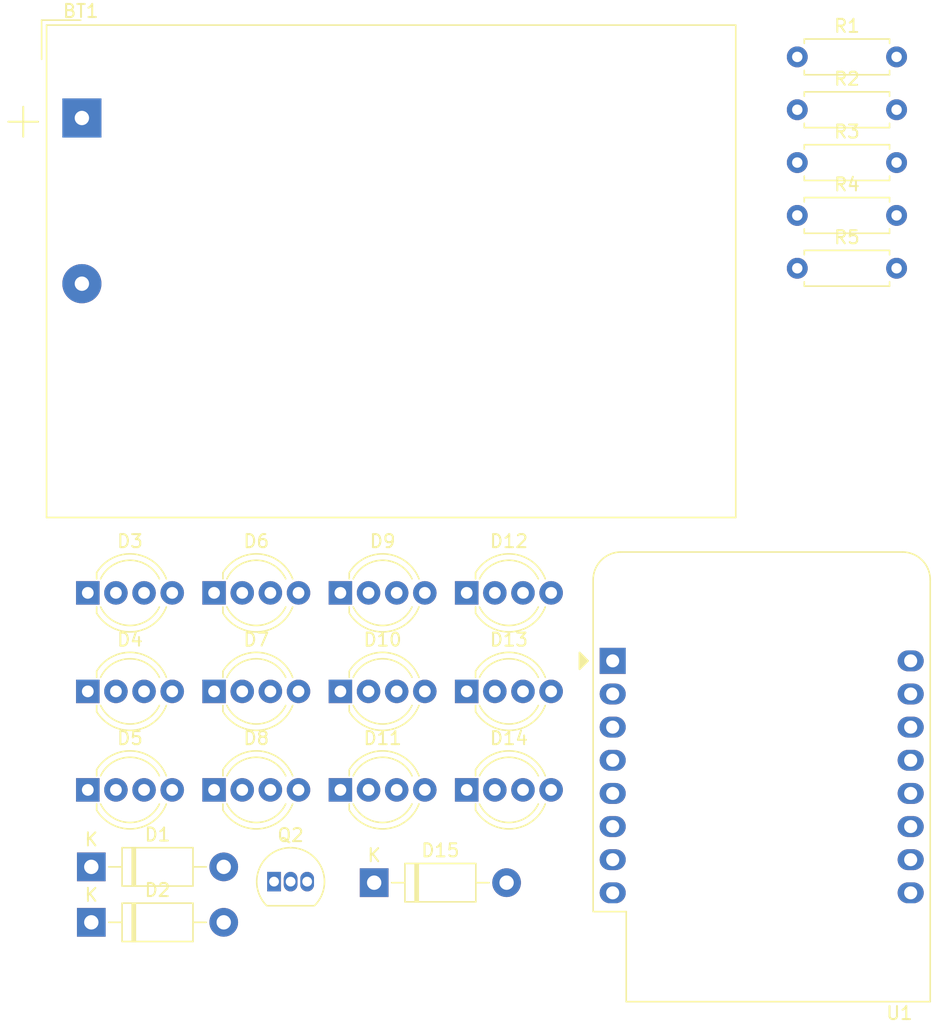
<source format=kicad_pcb>
(kicad_pcb (version 20221018) (generator pcbnew)
  (layers (0 "F.Cu" signal) (31 "B.Cu" signal) (34 "B.Paste" user) (35 "F.Paste" user) (36 "B.SilkS" user "B.Silkscreen") (37 "F.SilkS" user "F.Silkscreen") (38 "B.Mask" user) (39 "F.Mask" user) (44 "Edge.Cuts" user))
  (net 0 "")
  (net 1 "Net-(BT1-+)")
  (net 2 "GND")
  (net 3 "Net-(D1-K)")
  (net 4 "Net-(D1-A)")
  (net 5 "Net-(D2-K)")
  (net 7 "Net-(D3-DOUT)")
  (net 8 "Net-(D4-DOUT)")
  (net 9 "Net-(D5-DOUT)")
  (net 10 "Net-(D6-DOUT)")
  (net 11 "Net-(D7-DOUT)")
  (net 12 "Net-(D8-DOUT)")
  (net 13 "Net-(D10-DIN)")
  (net 14 "Net-(D10-DOUT)")
  (net 15 "Net-(D11-DOUT)")
  (net 16 "Net-(D12-DOUT)")
  (net 17 "Net-(D13-DOUT)")
  (net 18 "Net-(Q1-G)")
  (net 19 "Switch")
  (net 33 "+3V3")
  (net 34 "NEOPIXEL_IN")
  (net 35 "NEOPIXEL_OUT")
  (net 36 "+5V")
  (footprint "Diode_THT:D_DO-41_SOD81_P10.16mm_Horizontal" (layer "F.Cu") (at 98.14 94.79)
    (fp_text reference "D1" (at 5.08 -2.47) (layer "F.SilkS"))
    (fp_text value "1N5819")
    (fp_text user "K" (at 0 -2.1) (layer "F.SilkS"))
    (fp_line (start 1.34 0) (end 2.36 0) (stroke (width 0.12)) (layer "F.SilkS"))
    (fp_line (start 2.36 -1.47) (end 2.36 1.47) (stroke (width 0.12)) (layer "F.SilkS"))
    (fp_line (start 2.36 1.47) (end 7.8 1.47) (stroke (width 0.12)) (layer "F.SilkS"))
    (fp_line (start 3.14 -1.47) (end 3.14 1.47) (stroke (width 0.12)) (layer "F.SilkS"))
    (fp_line (start 3.26 -1.47) (end 3.26 1.47) (stroke (width 0.12)) (layer "F.SilkS"))
    (fp_line (start 3.38 -1.47) (end 3.38 1.47) (stroke (width 0.12)) (layer "F.SilkS"))
    (fp_line (start 7.8 -1.47) (end 2.36 -1.47) (stroke (width 0.12)) (layer "F.SilkS"))
    (fp_line (start 7.8 1.47) (end 7.8 -1.47) (stroke (width 0.12)) (layer "F.SilkS"))
    (fp_line (start 8.82 0) (end 7.8 0) (stroke (width 0.12)) (layer "F.SilkS"))
    (pad "1" thru_hole rect (at 0 0) (size 2.2 2.2) (drill 1.1) (layers "*.Cu" "*.Mask") (net 3 "Net-(D1-K)"))
    (pad "2" thru_hole oval (at 10.16 0) (size 2.2 2.2) (drill 1.1) (layers "*.Cu" "*.Mask") (net 4 "Net-(D1-A)"))
  )
  (footprint "LED_THT:LED_D5.0mm-4_RGB_Wide_Pins" (layer "F.Cu") (at 126.94 73.79)
    (fp_text reference "D12" (at 3.2385 -3.96) (layer "F.SilkS"))
    (fp_text value "NeoPixel_THT")
    (fp_line (start 0.6785 -1.545) (end 0.6785 -1.08) (stroke (width 0.12)) (layer "F.SilkS"))
    (fp_line (start 0.6785 1.08) (end 0.6785 1.545) (stroke (width 0.12)) (layer "F.SilkS"))
    (fp_arc (start 0.6785 -1.54483) (mid 3.496956 -2.978809) (end 6.026315 -1.080827) (stroke (width 0.12)) (layer "F.SilkS"))
    (fp_arc (start 0.983816 -1.08) (mid 3.238262 -2.5) (end 5.492979 -1.080429) (stroke (width 0.12)) (layer "F.SilkS"))
    (fp_arc (start 5.492979 1.080429) (mid 3.238262 2.5) (end 0.983816 1.08) (stroke (width 0.12)) (layer "F.SilkS"))
    (fp_arc (start 6.026315 1.080827) (mid 3.496956 2.978808) (end 0.6785 1.54483) (stroke (width 0.12)) (layer "F.SilkS"))
    (pad "1" thru_hole rect (at 0 0) (size 1.8 1.8) (drill 0.9) (layers "*.Cu" "*.Mask") (net 16 "Net-(D12-DOUT)"))
    (pad "2" thru_hole circle (at 2.159 0) (size 1.8 1.8) (drill 0.9) (layers "*.Cu" "*.Mask") (net 33 "+3V3"))
    (pad "3" thru_hole circle (at 4.318 0) (size 1.8 1.8) (drill 0.9) (layers "*.Cu" "*.Mask") (net 2 "GND"))
    (pad "4" thru_hole circle (at 6.477 0) (size 1.8 1.8) (drill 0.9) (layers "*.Cu" "*.Mask") (net 15 "Net-(D11-DOUT)"))
  )
  (footprint "Resistor_THT:R_Axial_DIN0207_L6.3mm_D2.5mm_P7.62mm_Horizontal" (layer "F.Cu") (at 152.3 36.76)
    (fp_text reference "R2" (at 3.81 -2.37) (layer "F.SilkS"))
    (fp_text value "100k")
    (fp_line (start 0.54 -1.37) (end 7.08 -1.37) (stroke (width 0.12)) (layer "F.SilkS"))
    (fp_line (start 0.54 -1.04) (end 0.54 -1.37) (stroke (width 0.12)) (layer "F.SilkS"))
    (fp_line (start 0.54 1.04) (end 0.54 1.37) (stroke (width 0.12)) (layer "F.SilkS"))
    (fp_line (start 0.54 1.37) (end 7.08 1.37) (stroke (width 0.12)) (layer "F.SilkS"))
    (fp_line (start 7.08 -1.37) (end 7.08 -1.04) (stroke (width 0.12)) (layer "F.SilkS"))
    (fp_line (start 7.08 1.37) (end 7.08 1.04) (stroke (width 0.12)) (layer "F.SilkS"))
    (pad "1" thru_hole circle (at 0 0) (size 1.6 1.6) (drill 0.8) (layers "*.Cu" "*.Mask") (net 33 "+3V3"))
    (pad "2" thru_hole oval (at 7.62 0) (size 1.6 1.6) (drill 0.8) (layers "*.Cu" "*.Mask") (net 18 "Net-(Q1-G)"))
  )
  (footprint "LED_THT:LED_D5.0mm-4_RGB_Wide_Pins" (layer "F.Cu") (at 97.87 73.79)
    (fp_text reference "D3" (at 3.2385 -3.96) (layer "F.SilkS"))
    (fp_text value "NeoPixel_THT")
    (fp_line (start 0.6785 -1.545) (end 0.6785 -1.08) (stroke (width 0.12)) (layer "F.SilkS"))
    (fp_line (start 0.6785 1.08) (end 0.6785 1.545) (stroke (width 0.12)) (layer "F.SilkS"))
    (fp_arc (start 0.6785 -1.54483) (mid 3.496956 -2.978809) (end 6.026315 -1.080827) (stroke (width 0.12)) (layer "F.SilkS"))
    (fp_arc (start 0.983816 -1.08) (mid 3.238262 -2.5) (end 5.492979 -1.080429) (stroke (width 0.12)) (layer "F.SilkS"))
    (fp_arc (start 5.492979 1.080429) (mid 3.238262 2.5) (end 0.983816 1.08) (stroke (width 0.12)) (layer "F.SilkS"))
    (fp_arc (start 6.026315 1.080827) (mid 3.496956 2.978808) (end 0.6785 1.54483) (stroke (width 0.12)) (layer "F.SilkS"))
    (pad "1" thru_hole rect (at 0 0) (size 1.8 1.8) (drill 0.9) (layers "*.Cu" "*.Mask") (net 7 "Net-(D3-DOUT)"))
    (pad "2" thru_hole circle (at 2.159 0) (size 1.8 1.8) (drill 0.9) (layers "*.Cu" "*.Mask") (net 33 "+3V3"))
    (pad "3" thru_hole circle (at 4.318 0) (size 1.8 1.8) (drill 0.9) (layers "*.Cu" "*.Mask") (net 2 "GND"))
    (pad "4" thru_hole circle (at 6.477 0) (size 1.8 1.8) (drill 0.9) (layers "*.Cu" "*.Mask") (net 34 "NEOPIXEL_IN"))
  )
  (footprint "LED_THT:LED_D5.0mm-4_RGB_Wide_Pins" (layer "F.Cu") (at 97.87 81.34)
    (fp_text reference "D4" (at 3.2385 -3.96) (layer "F.SilkS"))
    (fp_text value "NeoPixel_THT")
    (fp_line (start 0.6785 -1.545) (end 0.6785 -1.08) (stroke (width 0.12)) (layer "F.SilkS"))
    (fp_line (start 0.6785 1.08) (end 0.6785 1.545) (stroke (width 0.12)) (layer "F.SilkS"))
    (fp_arc (start 0.6785 -1.54483) (mid 3.496956 -2.978809) (end 6.026315 -1.080827) (stroke (width 0.12)) (layer "F.SilkS"))
    (fp_arc (start 0.983816 -1.08) (mid 3.238262 -2.5) (end 5.492979 -1.080429) (stroke (width 0.12)) (layer "F.SilkS"))
    (fp_arc (start 5.492979 1.080429) (mid 3.238262 2.5) (end 0.983816 1.08) (stroke (width 0.12)) (layer "F.SilkS"))
    (fp_arc (start 6.026315 1.080827) (mid 3.496956 2.978808) (end 0.6785 1.54483) (stroke (width 0.12)) (layer "F.SilkS"))
    (pad "1" thru_hole rect (at 0 0) (size 1.8 1.8) (drill 0.9) (layers "*.Cu" "*.Mask") (net 8 "Net-(D4-DOUT)"))
    (pad "2" thru_hole circle (at 2.159 0) (size 1.8 1.8) (drill 0.9) (layers "*.Cu" "*.Mask") (net 33 "+3V3"))
    (pad "3" thru_hole circle (at 4.318 0) (size 1.8 1.8) (drill 0.9) (layers "*.Cu" "*.Mask") (net 2 "GND"))
    (pad "4" thru_hole circle (at 6.477 0) (size 1.8 1.8) (drill 0.9) (layers "*.Cu" "*.Mask") (net 7 "Net-(D3-DOUT)"))
  )
  (footprint "LED_THT:LED_D5.0mm-4_RGB_Wide_Pins" (layer "F.Cu") (at 117.25 81.34)
    (fp_text reference "D10" (at 3.2385 -3.96) (layer "F.SilkS"))
    (fp_text value "NeoPixel_THT")
    (fp_line (start 0.6785 -1.545) (end 0.6785 -1.08) (stroke (width 0.12)) (layer "F.SilkS"))
    (fp_line (start 0.6785 1.08) (end 0.6785 1.545) (stroke (width 0.12)) (layer "F.SilkS"))
    (fp_arc (start 0.6785 -1.54483) (mid 3.496956 -2.978809) (end 6.026315 -1.080827) (stroke (width 0.12)) (layer "F.SilkS"))
    (fp_arc (start 0.983816 -1.08) (mid 3.238262 -2.5) (end 5.492979 -1.080429) (stroke (width 0.12)) (layer "F.SilkS"))
    (fp_arc (start 5.492979 1.080429) (mid 3.238262 2.5) (end 0.983816 1.08) (stroke (width 0.12)) (layer "F.SilkS"))
    (fp_arc (start 6.026315 1.080827) (mid 3.496956 2.978808) (end 0.6785 1.54483) (stroke (width 0.12)) (layer "F.SilkS"))
    (pad "1" thru_hole rect (at 0 0) (size 1.8 1.8) (drill 0.9) (layers "*.Cu" "*.Mask") (net 14 "Net-(D10-DOUT)"))
    (pad "2" thru_hole circle (at 2.159 0) (size 1.8 1.8) (drill 0.9) (layers "*.Cu" "*.Mask") (net 33 "+3V3"))
    (pad "3" thru_hole circle (at 4.318 0) (size 1.8 1.8) (drill 0.9) (layers "*.Cu" "*.Mask") (net 2 "GND"))
    (pad "4" thru_hole circle (at 6.477 0) (size 1.8 1.8) (drill 0.9) (layers "*.Cu" "*.Mask") (net 13 "Net-(D10-DIN)"))
  )
  (footprint "LED_THT:LED_D5.0mm-4_RGB_Wide_Pins" (layer "F.Cu") (at 126.94 81.34)
    (fp_text reference "D13" (at 3.2385 -3.96) (layer "F.SilkS"))
    (fp_text value "NeoPixel_THT")
    (fp_line (start 0.6785 -1.545) (end 0.6785 -1.08) (stroke (width 0.12)) (layer "F.SilkS"))
    (fp_line (start 0.6785 1.08) (end 0.6785 1.545) (stroke (width 0.12)) (layer "F.SilkS"))
    (fp_arc (start 0.6785 -1.54483) (mid 3.496956 -2.978809) (end 6.026315 -1.080827) (stroke (width 0.12)) (layer "F.SilkS"))
    (fp_arc (start 0.983816 -1.08) (mid 3.238262 -2.5) (end 5.492979 -1.080429) (stroke (width 0.12)) (layer "F.SilkS"))
    (fp_arc (start 5.492979 1.080429) (mid 3.238262 2.5) (end 0.983816 1.08) (stroke (width 0.12)) (layer "F.SilkS"))
    (fp_arc (start 6.026315 1.080827) (mid 3.496956 2.978808) (end 0.6785 1.54483) (stroke (width 0.12)) (layer "F.SilkS"))
    (pad "1" thru_hole rect (at 0 0) (size 1.8 1.8) (drill 0.9) (layers "*.Cu" "*.Mask") (net 17 "Net-(D13-DOUT)"))
    (pad "2" thru_hole circle (at 2.159 0) (size 1.8 1.8) (drill 0.9) (layers "*.Cu" "*.Mask") (net 33 "+3V3"))
    (pad "3" thru_hole circle (at 4.318 0) (size 1.8 1.8) (drill 0.9) (layers "*.Cu" "*.Mask") (net 2 "GND"))
    (pad "4" thru_hole circle (at 6.477 0) (size 1.8 1.8) (drill 0.9) (layers "*.Cu" "*.Mask") (net 16 "Net-(D12-DOUT)"))
  )
  (footprint "LED_THT:LED_D5.0mm-4_RGB_Wide_Pins" (layer "F.Cu") (at 107.56 88.89)
    (fp_text reference "D8" (at 3.2385 -3.96) (layer "F.SilkS"))
    (fp_text value "NeoPixel_THT")
    (fp_line (start 0.6785 -1.545) (end 0.6785 -1.08) (stroke (width 0.12)) (layer "F.SilkS"))
    (fp_line (start 0.6785 1.08) (end 0.6785 1.545) (stroke (width 0.12)) (layer "F.SilkS"))
    (fp_arc (start 0.6785 -1.54483) (mid 3.496956 -2.978809) (end 6.026315 -1.080827) (stroke (width 0.12)) (layer "F.SilkS"))
    (fp_arc (start 0.983816 -1.08) (mid 3.238262 -2.5) (end 5.492979 -1.080429) (stroke (width 0.12)) (layer "F.SilkS"))
    (fp_arc (start 5.492979 1.080429) (mid 3.238262 2.5) (end 0.983816 1.08) (stroke (width 0.12)) (layer "F.SilkS"))
    (fp_arc (start 6.026315 1.080827) (mid 3.496956 2.978808) (end 0.6785 1.54483) (stroke (width 0.12)) (layer "F.SilkS"))
    (pad "1" thru_hole rect (at 0 0) (size 1.8 1.8) (drill 0.9) (layers "*.Cu" "*.Mask") (net 12 "Net-(D8-DOUT)"))
    (pad "2" thru_hole circle (at 2.159 0) (size 1.8 1.8) (drill 0.9) (layers "*.Cu" "*.Mask") (net 33 "+3V3"))
    (pad "3" thru_hole circle (at 4.318 0) (size 1.8 1.8) (drill 0.9) (layers "*.Cu" "*.Mask") (net 2 "GND"))
    (pad "4" thru_hole circle (at 6.477 0) (size 1.8 1.8) (drill 0.9) (layers "*.Cu" "*.Mask") (net 11 "Net-(D7-DOUT)"))
  )
  (footprint "Resistor_THT:R_Axial_DIN0207_L6.3mm_D2.5mm_P7.62mm_Horizontal" (layer "F.Cu") (at 152.3 44.86)
    (fp_text reference "R4" (at 3.81 -2.37) (layer "F.SilkS"))
    (fp_text value "220")
    (fp_line (start 0.54 -1.37) (end 7.08 -1.37) (stroke (width 0.12)) (layer "F.SilkS"))
    (fp_line (start 0.54 -1.04) (end 0.54 -1.37) (stroke (width 0.12)) (layer "F.SilkS"))
    (fp_line (start 0.54 1.04) (end 0.54 1.37) (stroke (width 0.12)) (layer "F.SilkS"))
    (fp_line (start 0.54 1.37) (end 7.08 1.37) (stroke (width 0.12)) (layer "F.SilkS"))
    (fp_line (start 7.08 -1.37) (end 7.08 -1.04) (stroke (width 0.12)) (layer "F.SilkS"))
    (fp_line (start 7.08 1.37) (end 7.08 1.04) (stroke (width 0.12)) (layer "F.SilkS"))
    (pad "1" thru_hole circle (at 0 0) (size 1.6 1.6) (drill 0.8) (layers "*.Cu" "*.Mask") (net 3 "Net-(D1-K)"))
    (pad "2" thru_hole oval (at 7.62 0) (size 1.6 1.6) (drill 0.8) (layers "*.Cu" "*.Mask") (net 5 "Net-(D2-K)"))
  )
  (footprint "Module:WEMOS_D1_mini_light" (layer "F.Cu") (at 138.14 79)
    (fp_text reference "U1" (at 22 27) (layer "F.SilkS"))
    (fp_text value "WeMos_D1_mini")
    (fp_line (start -1.5 19.22) (end -1.5 -6.21) (stroke (width 0.12)) (layer "F.SilkS"))
    (fp_line (start -1.5 19.22) (end 1.04 19.22) (stroke (width 0.12)) (layer "F.SilkS"))
    (fp_line (start 1.04 19.22) (end 1.04 26.12) (stroke (width 0.12)) (layer "F.SilkS"))
    (fp_line (start 1.04 26.12) (end 24.36 26.12) (stroke (width 0.12)) (layer "F.SilkS"))
    (fp_line (start 22.24 -8.34) (end 0.63 -8.34) (stroke (width 0.12)) (layer "F.SilkS"))
    (fp_line (start 24.36 26.12) (end 24.36 -6.21) (stroke (width 0.12)) (layer "F.SilkS"))
    (fp_arc (start -1.5 -6.21) (mid -0.876137 -7.716137) (end 0.63 -8.34) (stroke (width 0.12)) (layer "F.SilkS"))
    (fp_arc (start 22.23 -8.34) (mid 23.736137 -7.716137) (end 24.36 -6.21) (stroke (width 0.12)) (layer "F.SilkS"))
    (fp_poly (pts (xy -2.54 -0.635) (xy -2.54 0.635) (xy -1.905 0)) (stroke (width 0.15)) (fill solid) (layer "F.SilkS"))
    (pad "1" thru_hole rect (at 0 0) (size 2 2) (drill 1) (layers "*.Cu" "*.Mask"))
    (pad "2" thru_hole oval (at 0 2.54) (size 2 1.6) (drill 1) (layers "*.Cu" "*.Mask"))
    (pad "3" thru_hole oval (at 0 5.08) (size 2 1.6) (drill 1) (layers "*.Cu" "*.Mask"))
    (pad "4" thru_hole oval (at 0 7.62) (size 2 1.6) (drill 1) (layers "*.Cu" "*.Mask"))
    (pad "5" thru_hole oval (at 0 10.16) (size 2 1.6) (drill 1) (layers "*.Cu" "*.Mask"))
    (pad "6" thru_hole oval (at 0 12.7) (size 2 1.6) (drill 1) (layers "*.Cu" "*.Mask"))
    (pad "7" thru_hole oval (at 0 15.24) (size 2 1.6) (drill 1) (layers "*.Cu" "*.Mask"))
    (pad "8" thru_hole oval (at 0 17.78) (size 2 1.6) (drill 1) (layers "*.Cu" "*.Mask") (net 33 "+3V3"))
    (pad "9" thru_hole oval (at 22.86 17.78) (size 2 1.6) (drill 1) (layers "*.Cu" "*.Mask") (net 36 "+5V"))
    (pad "10" thru_hole oval (at 22.86 15.24) (size 2 1.6) (drill 1) (layers "*.Cu" "*.Mask"))
    (pad "11" thru_hole oval (at 22.86 12.7) (size 2 1.6) (drill 1) (layers "*.Cu" "*.Mask"))
    (pad "12" thru_hole oval (at 22.86 10.16) (size 2 1.6) (drill 1) (layers "*.Cu" "*.Mask") (net 34 "NEOPIXEL_IN"))
    (pad "13" thru_hole oval (at 22.86 7.62) (size 2 1.6) (drill 1) (layers "*.Cu" "*.Mask"))
    (pad "14" thru_hole oval (at 22.86 5.08) (size 2 1.6) (drill 1) (layers "*.Cu" "*.Mask"))
    (pad "15" thru_hole oval (at 22.86 2.54) (size 2 1.6) (drill 1) (layers "*.Cu" "*.Mask"))
    (pad "16" thru_hole oval (at 22.86 0) (size 2 1.6) (drill 1) (layers "*.Cu" "*.Mask"))
  )
  (footprint "Diode_THT:D_DO-41_SOD81_P10.16mm_Horizontal" (layer "F.Cu") (at 119.84 96)
    (fp_text reference "D15" (at 5.08 -2.47) (layer "F.SilkS"))
    (fp_text value "1N4007")
    (fp_text user "K" (at 0 -2.1) (layer "F.SilkS"))
    (fp_line (start 1.34 0) (end 2.36 0) (stroke (width 0.12)) (layer "F.SilkS"))
    (fp_line (start 2.36 -1.47) (end 2.36 1.47) (stroke (width 0.12)) (layer "F.SilkS"))
    (fp_line (start 2.36 1.47) (end 7.8 1.47) (stroke (width 0.12)) (layer "F.SilkS"))
    (fp_line (start 3.14 -1.47) (end 3.14 1.47) (stroke (width 0.12)) (layer "F.SilkS"))
    (fp_line (start 3.26 -1.47) (end 3.26 1.47) (stroke (width 0.12)) (layer "F.SilkS"))
    (fp_line (start 3.38 -1.47) (end 3.38 1.47) (stroke (width 0.12)) (layer "F.SilkS"))
    (fp_line (start 7.8 -1.47) (end 2.36 -1.47) (stroke (width 0.12)) (layer "F.SilkS"))
    (fp_line (start 7.8 1.47) (end 7.8 -1.47) (stroke (width 0.12)) (layer "F.SilkS"))
    (fp_line (start 8.82 0) (end 7.8 0) (stroke (width 0.12)) (layer "F.SilkS"))
    (pad "1" thru_hole rect (at 0 0) (size 2.2 2.2) (drill 1.1) (layers "*.Cu" "*.Mask") (net 33 "+3V3"))
    (pad "2" thru_hole oval (at 10.16 0) (size 2.2 2.2) (drill 1.1) (layers "*.Cu" "*.Mask") (net 1 "Net-(BT1-+)"))
  )
  (footprint "Resistor_THT:R_Axial_DIN0207_L6.3mm_D2.5mm_P7.62mm_Horizontal" (layer "F.Cu") (at 152.3 32.71)
    (fp_text reference "R1" (at 3.81 -2.37) (layer "F.SilkS"))
    (fp_text value "220k")
    (fp_line (start 0.54 -1.37) (end 7.08 -1.37) (stroke (width 0.12)) (layer "F.SilkS"))
    (fp_line (start 0.54 -1.04) (end 0.54 -1.37) (stroke (width 0.12)) (layer "F.SilkS"))
    (fp_line (start 0.54 1.04) (end 0.54 1.37) (stroke (width 0.12)) (layer "F.SilkS"))
    (fp_line (start 0.54 1.37) (end 7.08 1.37) (stroke (width 0.12)) (layer "F.SilkS"))
    (fp_line (start 7.08 -1.37) (end 7.08 -1.04) (stroke (width 0.12)) (layer "F.SilkS"))
    (fp_line (start 7.08 1.37) (end 7.08 1.04) (stroke (width 0.12)) (layer "F.SilkS"))
    (pad "1" thru_hole circle (at 0 0) (size 1.6 1.6) (drill 0.8) (layers "*.Cu" "*.Mask") (net 19 "Switch"))
    (pad "2" thru_hole oval (at 7.62 0) (size 1.6 1.6) (drill 0.8) (layers "*.Cu" "*.Mask") (net 2 "GND"))
  )
  (footprint "LED_THT:LED_D5.0mm-4_RGB_Wide_Pins" (layer "F.Cu") (at 97.87 88.89)
    (fp_text reference "D5" (at 3.2385 -3.96) (layer "F.SilkS"))
    (fp_text value "NeoPixel_THT")
    (fp_line (start 0.6785 -1.545) (end 0.6785 -1.08) (stroke (width 0.12)) (layer "F.SilkS"))
    (fp_line (start 0.6785 1.08) (end 0.6785 1.545) (stroke (width 0.12)) (layer "F.SilkS"))
    (fp_arc (start 0.6785 -1.54483) (mid 3.496956 -2.978809) (end 6.026315 -1.080827) (stroke (width 0.12)) (layer "F.SilkS"))
    (fp_arc (start 0.983816 -1.08) (mid 3.238262 -2.5) (end 5.492979 -1.080429) (stroke (width 0.12)) (layer "F.SilkS"))
    (fp_arc (start 5.492979 1.080429) (mid 3.238262 2.5) (end 0.983816 1.08) (stroke (width 0.12)) (layer "F.SilkS"))
    (fp_arc (start 6.026315 1.080827) (mid 3.496956 2.978808) (end 0.6785 1.54483) (stroke (width 0.12)) (layer "F.SilkS"))
    (pad "1" thru_hole rect (at 0 0) (size 1.8 1.8) (drill 0.9) (layers "*.Cu" "*.Mask") (net 9 "Net-(D5-DOUT)"))
    (pad "2" thru_hole circle (at 2.159 0) (size 1.8 1.8) (drill 0.9) (layers "*.Cu" "*.Mask") (net 33 "+3V3"))
    (pad "3" thru_hole circle (at 4.318 0) (size 1.8 1.8) (drill 0.9) (layers "*.Cu" "*.Mask") (net 2 "GND"))
    (pad "4" thru_hole circle (at 6.477 0) (size 1.8 1.8) (drill 0.9) (layers "*.Cu" "*.Mask") (net 8 "Net-(D4-DOUT)"))
  )
  (footprint "LED_THT:LED_D5.0mm-4_RGB_Wide_Pins" (layer "F.Cu") (at 117.25 88.89)
    (fp_text reference "D11" (at 3.2385 -3.96) (layer "F.SilkS"))
    (fp_text value "NeoPixel_THT")
    (fp_line (start 0.6785 -1.545) (end 0.6785 -1.08) (stroke (width 0.12)) (layer "F.SilkS"))
    (fp_line (start 0.6785 1.08) (end 0.6785 1.545) (stroke (width 0.12)) (layer "F.SilkS"))
    (fp_arc (start 0.6785 -1.54483) (mid 3.496956 -2.978809) (end 6.026315 -1.080827) (stroke (width 0.12)) (layer "F.SilkS"))
    (fp_arc (start 0.983816 -1.08) (mid 3.238262 -2.5) (end 5.492979 -1.080429) (stroke (width 0.12)) (layer "F.SilkS"))
    (fp_arc (start 5.492979 1.080429) (mid 3.238262 2.5) (end 0.983816 1.08) (stroke (width 0.12)) (layer "F.SilkS"))
    (fp_arc (start 6.026315 1.080827) (mid 3.496956 2.978808) (end 0.6785 1.54483) (stroke (width 0.12)) (layer "F.SilkS"))
    (pad "1" thru_hole rect (at 0 0) (size 1.8 1.8) (drill 0.9) (layers "*.Cu" "*.Mask") (net 15 "Net-(D11-DOUT)"))
    (pad "2" thru_hole circle (at 2.159 0) (size 1.8 1.8) (drill 0.9) (layers "*.Cu" "*.Mask") (net 33 "+3V3"))
    (pad "3" thru_hole circle (at 4.318 0) (size 1.8 1.8) (drill 0.9) (layers "*.Cu" "*.Mask") (net 2 "GND"))
    (pad "4" thru_hole circle (at 6.477 0) (size 1.8 1.8) (drill 0.9) (layers "*.Cu" "*.Mask") (net 14 "Net-(D10-DOUT)"))
  )
  (footprint "Battery:BatteryHolder_Keystone_2479_3xAAA" (layer "F.Cu") (at 97.4175 37.3925)
    (fp_text reference "BT1" (at -0.09 -8.195) (layer "F.SilkS"))
    (fp_text value "3.6V")
    (fp_text user "+" (at -4.5 0.05) (layer "F.SilkS") (effects (font (size 3 3))))
    (fp_line (start -3.09 -7.5) (end -0.09 -7.5) (stroke (width 0.12)) (layer "F.SilkS"))
    (fp_line (start -3.09 -4.5) (end -3.09 -7.5) (stroke (width 0.12)) (layer "F.SilkS"))
    (fp_line (start -2.71 -7.12) (end -2.71 30.62) (stroke (width 0.12)) (layer "F.SilkS"))
    (fp_line (start -2.71 -7.12) (end 50.16 -7.12) (stroke (width 0.12)) (layer "F.SilkS"))
    (fp_line (start -2.71 30.62) (end 50.16 30.62) (stroke (width 0.12)) (layer "F.SilkS"))
    (fp_line (start 50.16 -7.12) (end 50.16 30.62) (stroke (width 0.12)) (layer "F.SilkS"))
    (pad "" np_thru_hole circle (at 23.72 0) (size 3.45 3.45) (drill 3.45) (layers "*.Cu" "*.Mask"))
    (pad "" np_thru_hole circle (at 23.72 23.5) (size 3.45 3.45) (drill 3.45) (layers "*.Cu" "*.Mask"))
    (pad "1" thru_hole rect (at 0 0) (size 3 3) (drill 1.1) (layers "*.Cu" "*.Mask") (net 1 "Net-(BT1-+)"))
    (pad "2" thru_hole circle (at 0 12.7) (size 3 3) (drill 1.1) (layers "*.Cu" "*.Mask") (net 2 "GND"))
  )
  (footprint "LED_THT:LED_D5.0mm-4_RGB_Wide_Pins" (layer "F.Cu") (at 126.94 88.89)
    (fp_text reference "D14" (at 3.2385 -3.96) (layer "F.SilkS"))
    (fp_text value "NeoPixel_THT")
    (fp_line (start 0.6785 -1.545) (end 0.6785 -1.08) (stroke (width 0.12)) (layer "F.SilkS"))
    (fp_line (start 0.6785 1.08) (end 0.6785 1.545) (stroke (width 0.12)) (layer "F.SilkS"))
    (fp_arc (start 0.6785 -1.54483) (mid 3.496956 -2.978809) (end 6.026315 -1.080827) (stroke (width 0.12)) (layer "F.SilkS"))
    (fp_arc (start 0.983816 -1.08) (mid 3.238262 -2.5) (end 5.492979 -1.080429) (stroke (width 0.12)) (layer "F.SilkS"))
    (fp_arc (start 5.492979 1.080429) (mid 3.238262 2.5) (end 0.983816 1.08) (stroke (width 0.12)) (layer "F.SilkS"))
    (fp_arc (start 6.026315 1.080827) (mid 3.496956 2.978808) (end 0.6785 1.54483) (stroke (width 0.12)) (layer "F.SilkS"))
    (pad "1" thru_hole rect (at 0 0) (size 1.8 1.8) (drill 0.9) (layers "*.Cu" "*.Mask") (net 35 "NEOPIXEL_OUT"))
    (pad "2" thru_hole circle (at 2.159 0) (size 1.8 1.8) (drill 0.9) (layers "*.Cu" "*.Mask") (net 33 "+3V3"))
    (pad "3" thru_hole circle (at 4.318 0) (size 1.8 1.8) (drill 0.9) (layers "*.Cu" "*.Mask") (net 2 "GND"))
    (pad "4" thru_hole circle (at 6.477 0) (size 1.8 1.8) (drill 0.9) (layers "*.Cu" "*.Mask") (net 17 "Net-(D13-DOUT)"))
  )
  (footprint "LED_THT:LED_D5.0mm-4_RGB_Wide_Pins" (layer "F.Cu") (at 107.56 73.79)
    (fp_text reference "D6" (at 3.2385 -3.96) (layer "F.SilkS"))
    (fp_text value "NeoPixel_THT")
    (fp_line (start 0.6785 -1.545) (end 0.6785 -1.08) (stroke (width 0.12)) (layer "F.SilkS"))
    (fp_line (start 0.6785 1.08) (end 0.6785 1.545) (stroke (width 0.12)) (layer "F.SilkS"))
    (fp_arc (start 0.6785 -1.54483) (mid 3.496956 -2.978809) (end 6.026315 -1.080827) (stroke (width 0.12)) (layer "F.SilkS"))
    (fp_arc (start 0.983816 -1.08) (mid 3.238262 -2.5) (end 5.492979 -1.080429) (stroke (width 0.12)) (layer "F.SilkS"))
    (fp_arc (start 5.492979 1.080429) (mid 3.238262 2.5) (end 0.983816 1.08) (stroke (width 0.12)) (layer "F.SilkS"))
    (fp_arc (start 6.026315 1.080827) (mid 3.496956 2.978808) (end 0.6785 1.54483) (stroke (width 0.12)) (layer "F.SilkS"))
    (pad "1" thru_hole rect (at 0 0) (size 1.8 1.8) (drill 0.9) (layers "*.Cu" "*.Mask") (net 10 "Net-(D6-DOUT)"))
    (pad "2" thru_hole circle (at 2.159 0) (size 1.8 1.8) (drill 0.9) (layers "*.Cu" "*.Mask") (net 33 "+3V3"))
    (pad "3" thru_hole circle (at 4.318 0) (size 1.8 1.8) (drill 0.9) (layers "*.Cu" "*.Mask") (net 2 "GND"))
    (pad "4" thru_hole circle (at 6.477 0) (size 1.8 1.8) (drill 0.9) (layers "*.Cu" "*.Mask") (net 9 "Net-(D5-DOUT)"))
  )
  (footprint "Package_TO_SOT_THT:TO-92_Inline" (layer "F.Cu") (at 112.16 95.92)
    (fp_text reference "Q2" (at 1.27 -3.56) (layer "F.SilkS"))
    (fp_text value "2N3904")
    (fp_line (start -0.53 1.85) (end 3.07 1.85) (stroke (width 0.12)) (layer "F.SilkS"))
    (fp_arc (start -0.568478 1.838478) (mid -1.132087 -0.994977) (end 1.27 -2.6) (stroke (width 0.12)) (layer "F.SilkS"))
    (fp_arc (start 1.27 -2.6) (mid 3.672087 -0.994977) (end 3.108478 1.838478) (stroke (width 0.12)) (layer "F.SilkS"))
    (pad "1" thru_hole rect (at 0 0) (size 1.05 1.5) (drill 0.75) (layers "*.Cu" "*.Mask") (net 2 "GND"))
    (pad "2" thru_hole oval (at 1.27 0) (size 1.05 1.5) (drill 0.75) (layers "*.Cu" "*.Mask") (net 3 "Net-(D1-K)"))
    (pad "3" thru_hole oval (at 2.54 0) (size 1.05 1.5) (drill 0.75) (layers "*.Cu" "*.Mask") (net 18 "Net-(Q1-G)"))
  )
  (footprint "Resistor_THT:R_Axial_DIN0207_L6.3mm_D2.5mm_P7.62mm_Horizontal" (layer "F.Cu") (at 152.3 40.81)
    (fp_text reference "R3" (at 3.81 -2.37) (layer "F.SilkS"))
    (fp_text value "100k")
    (fp_line (start 0.54 -1.37) (end 7.08 -1.37) (stroke (width 0.12)) (layer "F.SilkS"))
    (fp_line (start 0.54 -1.04) (end 0.54 -1.37) (stroke (width 0.12)) (layer "F.SilkS"))
    (fp_line (start 0.54 1.04) (end 0.54 1.37) (stroke (width 0.12)) (layer "F.SilkS"))
    (fp_line (start 0.54 1.37) (end 7.08 1.37) (stroke (width 0.12)) (layer "F.SilkS"))
    (fp_line (start 7.08 -1.37) (end 7.08 -1.04) (stroke (width 0.12)) (layer "F.SilkS"))
    (fp_line (start 7.08 1.37) (end 7.08 1.04) (stroke (width 0.12)) (layer "F.SilkS"))
    (pad "1" thru_hole circle (at 0 0) (size 1.6 1.6) (drill 0.8) (layers "*.Cu" "*.Mask") (net 3 "Net-(D1-K)"))
    (pad "2" thru_hole oval (at 7.62 0) (size 1.6 1.6) (drill 0.8) (layers "*.Cu" "*.Mask") (net 2 "GND"))
  )
  (footprint "LED_THT:LED_D5.0mm-4_RGB_Wide_Pins" (layer "F.Cu") (at 107.56 81.34)
    (fp_text reference "D7" (at 3.2385 -3.96) (layer "F.SilkS"))
    (fp_text value "NeoPixel_THT")
    (fp_line (start 0.6785 -1.545) (end 0.6785 -1.08) (stroke (width 0.12)) (layer "F.SilkS"))
    (fp_line (start 0.6785 1.08) (end 0.6785 1.545) (stroke (width 0.12)) (layer "F.SilkS"))
    (fp_arc (start 0.6785 -1.54483) (mid 3.496956 -2.978809) (end 6.026315 -1.080827) (stroke (width 0.12)) (layer "F.SilkS"))
    (fp_arc (start 0.983816 -1.08) (mid 3.238262 -2.5) (end 5.492979 -1.080429) (stroke (width 0.12)) (layer "F.SilkS"))
    (fp_arc (start 5.492979 1.080429) (mid 3.238262 2.5) (end 0.983816 1.08) (stroke (width 0.12)) (layer "F.SilkS"))
    (fp_arc (start 6.026315 1.080827) (mid 3.496956 2.978808) (end 0.6785 1.54483) (stroke (width 0.12)) (layer "F.SilkS"))
    (pad "1" thru_hole rect (at 0 0) (size 1.8 1.8) (drill 0.9) (layers "*.Cu" "*.Mask") (net 11 "Net-(D7-DOUT)"))
    (pad "2" thru_hole circle (at 2.159 0) (size 1.8 1.8) (drill 0.9) (layers "*.Cu" "*.Mask") (net 33 "+3V3"))
    (pad "3" thru_hole circle (at 4.318 0) (size 1.8 1.8) (drill 0.9) (layers "*.Cu" "*.Mask") (net 2 "GND"))
    (pad "4" thru_hole circle (at 6.477 0) (size 1.8 1.8) (drill 0.9) (layers "*.Cu" "*.Mask") (net 10 "Net-(D6-DOUT)"))
  )
  (footprint "LED_THT:LED_D5.0mm-4_RGB_Wide_Pins" (layer "F.Cu") (at 117.25 73.79)
    (fp_text reference "D9" (at 3.2385 -3.96) (layer "F.SilkS"))
    (fp_text value "NeoPixel_THT")
    (fp_line (start 0.6785 -1.545) (end 0.6785 -1.08) (stroke (width 0.12)) (layer "F.SilkS"))
    (fp_line (start 0.6785 1.08) (end 0.6785 1.545) (stroke (width 0.12)) (layer "F.SilkS"))
    (fp_arc (start 0.6785 -1.54483) (mid 3.496956 -2.978809) (end 6.026315 -1.080827) (stroke (width 0.12)) (layer "F.SilkS"))
    (fp_arc (start 0.983816 -1.08) (mid 3.238262 -2.5) (end 5.492979 -1.080429) (stroke (width 0.12)) (layer "F.SilkS"))
    (fp_arc (start 5.492979 1.080429) (mid 3.238262 2.5) (end 0.983816 1.08) (stroke (width 0.12)) (layer "F.SilkS"))
    (fp_arc (start 6.026315 1.080827) (mid 3.496956 2.978808) (end 0.6785 1.54483) (stroke (width 0.12)) (layer "F.SilkS"))
    (pad "1" thru_hole rect (at 0 0) (size 1.8 1.8) (drill 0.9) (layers "*.Cu" "*.Mask") (net 13 "Net-(D10-DIN)"))
    (pad "2" thru_hole circle (at 2.159 0) (size 1.8 1.8) (drill 0.9) (layers "*.Cu" "*.Mask") (net 33 "+3V3"))
    (pad "3" thru_hole circle (at 4.318 0) (size 1.8 1.8) (drill 0.9) (layers "*.Cu" "*.Mask") (net 2 "GND"))
    (pad "4" thru_hole circle (at 6.477 0) (size 1.8 1.8) (drill 0.9) (layers "*.Cu" "*.Mask") (net 12 "Net-(D8-DOUT)"))
  )
  (footprint "Resistor_THT:R_Axial_DIN0207_L6.3mm_D2.5mm_P7.62mm_Horizontal" (layer "F.Cu") (at 152.3 48.91)
    (fp_text reference "R5" (at 3.81 -2.37) (layer "F.SilkS"))
    (fp_text value "10k")
    (fp_line (start 0.54 -1.37) (end 7.08 -1.37) (stroke (width 0.12)) (layer "F.SilkS"))
    (fp_line (start 0.54 -1.04) (end 0.54 -1.37) (stroke (width 0.12)) (layer "F.SilkS"))
    (fp_line (start 0.54 1.04) (end 0.54 1.37) (stroke (width 0.12)) (layer "F.SilkS"))
    (fp_line (start 0.54 1.37) (end 7.08 1.37) (stroke (width 0.12)) (layer "F.SilkS"))
    (fp_line (start 7.08 -1.37) (end 7.08 -1.04) (stroke (width 0.12)) (layer "F.SilkS"))
    (fp_line (start 7.08 1.37) (end 7.08 1.04) (stroke (width 0.12)) (layer "F.SilkS"))
    (pad "1" thru_hole circle (at 0 0) (size 1.6 1.6) (drill 0.8) (layers "*.Cu" "*.Mask") (net 19 "Switch"))
    (pad "2" thru_hole oval (at 7.62 0) (size 1.6 1.6) (drill 0.8) (layers "*.Cu" "*.Mask") (net 4 "Net-(D1-A)"))
  )
  (footprint "Diode_THT:D_DO-41_SOD81_P10.16mm_Horizontal" (layer "F.Cu") (at 98.14 99.04)
    (fp_text reference "D2" (at 5.08 -2.47) (layer "F.SilkS"))
    (fp_text value "1N5819")
    (fp_text user "K" (at 0 -2.1) (layer "F.SilkS"))
    (fp_line (start 1.34 0) (end 2.36 0) (stroke (width 0.12)) (layer "F.SilkS"))
    (fp_line (start 2.36 -1.47) (end 2.36 1.47) (stroke (width 0.12)) (layer "F.SilkS"))
    (fp_line (start 2.36 1.47) (end 7.8 1.47) (stroke (width 0.12)) (layer "F.SilkS"))
    (fp_line (start 3.14 -1.47) (end 3.14 1.47) (stroke (width 0.12)) (layer "F.SilkS"))
    (fp_line (start 3.26 -1.47) (end 3.26 1.47) (stroke (width 0.12)) (layer "F.SilkS"))
    (fp_line (start 3.38 -1.47) (end 3.38 1.47) (stroke (width 0.12)) (layer "F.SilkS"))
    (fp_line (start 7.8 -1.47) (end 2.36 -1.47) (stroke (width 0.12)) (layer "F.SilkS"))
    (fp_line (start 7.8 1.47) (end 7.8 -1.47) (stroke (width 0.12)) (layer "F.SilkS"))
    (fp_line (start 8.82 0) (end 7.8 0) (stroke (width 0.12)) (layer "F.SilkS"))
    (pad "1" thru_hole rect (at 0 0) (size 2.2 2.2) (drill 1.1) (layers "*.Cu" "*.Mask") (net 5 "Net-(D2-K)"))
    (pad "2" thru_hole oval (at 10.16 0) (size 2.2 2.2) (drill 1.1) (layers "*.Cu" "*.Mask"))
  )
)
</source>
